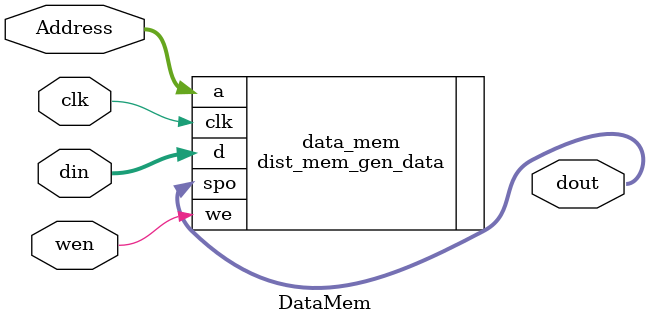
<source format=v>
`timescale  1ns / 1ps

module DataMem (
         clk,
         wen,
         Address,
         din,
         dout
       );
input clk, wen;
input [8: 0] Address;
input [31: 0] din;
output [31: 0] dout;

dist_mem_gen_data data_mem(
                    .a(Address),
                    .d(din),
                    .clk(clk),
                    .we(wen),
                    .spo(dout)
                  );
endmodule

</source>
